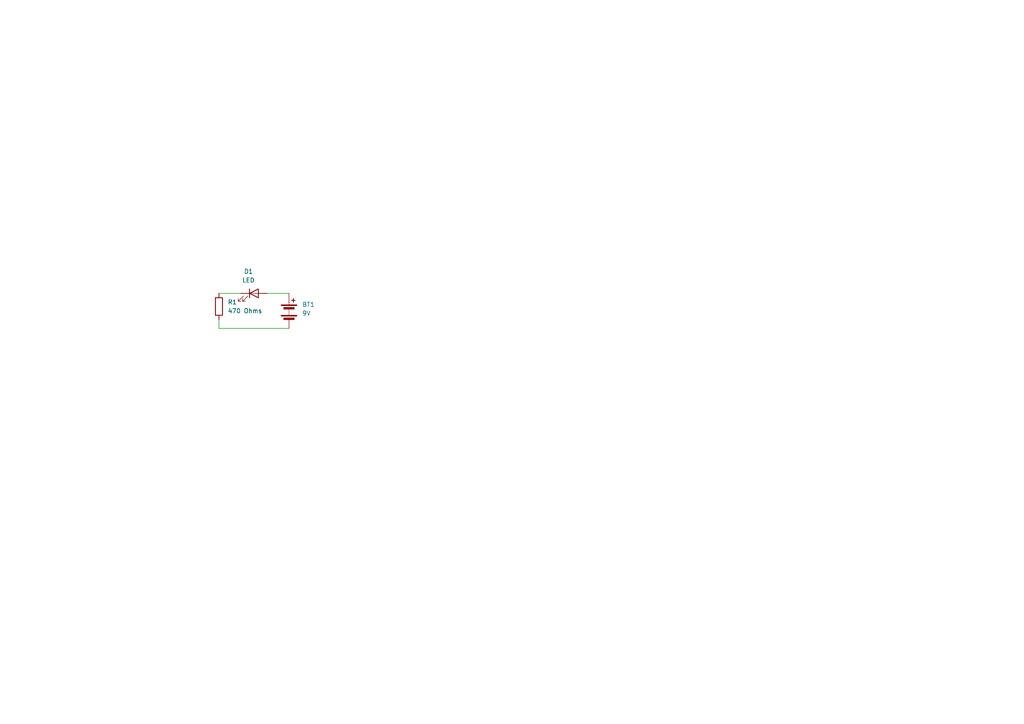
<source format=kicad_sch>
(kicad_sch (version 20231120) (generator "eeschema") (generator_version "8.0")
  (paper "A4")
  (lib_symbols
    (symbol "Device:Battery" (pin_numbers hide) (pin_names (offset 0) hide)
      (property "Reference" "BT" (at 2.54 2.54 0))
      (property "Value" "Battery" (at 2.54 0 0))
      (symbol "Battery_0_1"
        (rectangle (start -2.286 -1.27) (end 2.286 -1.524) (fill (type outline)))
        (rectangle (start -2.286 1.778) (end 2.286 1.524) (fill (type outline)))
        (rectangle (start -1.524 -2.032) (end 1.524 -2.54) (fill (type outline)))
        (rectangle (start -1.524 1.016) (end 1.524 0.508) (fill (type outline)))
        (polyline (pts (xy 0 -1.016) (xy 0 -0.762)))
        (polyline (pts (xy 0 -0.508) (xy 0 -0.254)))
        (polyline (pts (xy 0 0) (xy 0 0.254)))
        (polyline (pts (xy 0 1.778) (xy 0 2.54)))
        (polyline (pts (xy 0.762 3.048) (xy 1.778 3.048)) (stroke (width 0.254)))
        (polyline (pts (xy 1.27 3.556) (xy 1.27 2.54)) (stroke (width 0.254)))
      )
      (symbol "Battery_1_1"
        (pin passive line (at 0 5.08 270) (length 2.54) (name "+") (number "1"))
        (pin passive line (at 0 -5.08 90) (length 2.54) (name "-") (number "2"))
      )
    )
    (symbol "Device:LED" (pin_numbers hide) (pin_names (offset 1.016) hide)
      (property "Reference" "D" (at 0 2.54 0))
      (property "Value" "LED" (at 0 -2.54 0))
      (symbol "LED_0_1"
        (polyline (pts (xy -1.27 -1.27) (xy -1.27 1.27)) (stroke (width 0.254)))
        (polyline (pts (xy -1.27 0) (xy 1.27 0)))
        (polyline (pts (xy 1.27 -1.27) (xy 1.27 1.27) (xy -1.27 0) (xy 1.27 -1.27)) (stroke (width 0.254)))
        (polyline (pts (xy -3.048 -0.762) (xy -4.572 -2.286) (xy -3.81 -2.286) (xy -4.572 -2.286) (xy -4.572 -1.524)))
        (polyline (pts (xy -1.778 -0.762) (xy -3.302 -2.286) (xy -2.54 -2.286) (xy -3.302 -2.286) (xy -3.302 -1.524)))
      )
      (symbol "LED_1_1"
        (pin passive line (at -3.81 0 0) (length 2.54) (name "K") (number "1"))
        (pin passive line (at 3.81 0 180) (length 2.54) (name "A") (number "2"))
      )
    )
    (symbol "Device:R" (pin_numbers hide) (pin_names (offset 0))
      (property "Reference" "R" (at 2.032 0 90))
      (property "Value" "R" (at 0 0 90))
      (symbol "R_0_1"
        (rectangle (start -1.016 -2.54) (end 1.016 2.54) (stroke (width 0.254)))
      )
      (symbol "R_1_1"
        (pin passive line (at 0 3.81 270) (length 1.27) (name "~") (number "1"))
        (pin passive line (at 0 -3.81 90) (length 1.27) (name "~") (number "2"))
      )
    )
  )
  (wire (pts (xy 63.5 95.25) (xy 83.82 95.25)))
  (wire (pts (xy 77.47 85.09) (xy 83.82 85.09)))
  (wire (pts (xy 63.5 92.71) (xy 63.5 95.25)))
  (wire (pts (xy 63.5 85.09) (xy 69.85 85.09)))
  (symbol (lib_id "Device:Battery") (at 83.82 90.17 0) (unit 1)
    (property "Reference" "BT1" (at 87.63 88.3284 0) (effects (justify left)))
    (property "Value" "9V" (at 87.63 90.8684 0) (effects (justify left)))
    (property "Footprint" "Connector_PinHeader_2.54mm:PinHeader_1x02_P2.54mm_Horizontal" (effects (hide yes)))
    (property "Description" "Multiple-cell battery" (effects (hide yes)))
  )
  (symbol (lib_id "Device:R") (at 63.5 88.9 0) (unit 1)
    (property "Reference" "R1" (at 66.04 87.6299 0) (effects (justify left)))
    (property "Value" "470 Ohms" (at 66.04 90.1699 0) (effects (justify left)))
    (property "Footprint" "Resistor_THT:R_Axial_DIN0207_L6.3mm_D2.5mm_P15.24mm_Horizontal" (effects (hide yes)))
    (property "Description" "Resistor" (effects (hide yes)))
  )
  (symbol (lib_id "Device:LED") (at 73.66 85.09 0) (unit 1)
    (property "Reference" "D1" (at 72.0725 78.74 0))
    (property "Value" "LED" (at 72.0725 81.28 0))
    (property "Footprint" "LED_THT:LED_D1.8mm_W1.8mm_H2.4mm_Horizontal_O1.27mm_Z1.6mm" (effects (hide yes)))
    (property "Description" "Light emitting diode" (effects (hide yes)))
  )
)
</source>
